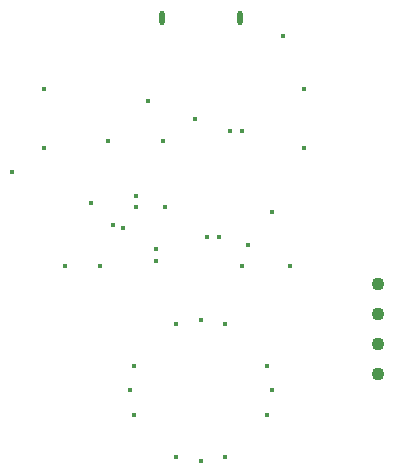
<source format=gbr>
%TF.GenerationSoftware,Altium Limited,Altium Designer,21.6.4 (81)*%
G04 Layer_Color=0*
%FSLAX45Y45*%
%MOMM*%
%TF.SameCoordinates,1F3DC5CE-A10F-41C4-B24A-259E2D936CC1*%
%TF.FilePolarity,Positive*%
%TF.FileFunction,Plated,1,2,PTH,Drill*%
%TF.Part,Single*%
G01*
G75*
%TA.AperFunction,ComponentDrill*%
%ADD73C,1.10000*%
%ADD74O,0.50000X1.20000*%
%TA.AperFunction,ViaDrill,NotFilled*%
%ADD75C,0.40000*%
D73*
X1500000Y-450000D02*
D03*
Y-704000D02*
D03*
Y-958000D02*
D03*
Y-196000D02*
D03*
D74*
X-330000Y2050000D02*
D03*
X330000D02*
D03*
D75*
X563816Y-894788D02*
D03*
X-205212Y-536184D02*
D03*
X205212Y-1663816D02*
D03*
X-563816Y-1305213D02*
D03*
Y-894788D02*
D03*
X-205212Y-1663816D02*
D03*
X205212Y-536184D02*
D03*
X563816Y-1305212D02*
D03*
X0Y-1700000D02*
D03*
X600000Y-1100000D02*
D03*
X-600000Y-1100000D02*
D03*
X0Y-500000D02*
D03*
X600000Y410001D02*
D03*
X-302500Y450000D02*
D03*
X-317500Y1010000D02*
D03*
X-1325000Y1450000D02*
D03*
X-782500Y1010000D02*
D03*
X-447500Y1350000D02*
D03*
X-47500Y1200000D02*
D03*
X875000Y1450000D02*
D03*
Y950000D02*
D03*
X760000Y-50000D02*
D03*
X-1325000Y950000D02*
D03*
X-1600000Y750000D02*
D03*
X-925000Y485000D02*
D03*
X-850000Y-50000D02*
D03*
X-1150000D02*
D03*
X350000Y1100000D02*
D03*
X250000D02*
D03*
X400000Y131800D02*
D03*
X-375000Y0D02*
D03*
Y100000D02*
D03*
X-742305Y300742D02*
D03*
X-658894Y272045D02*
D03*
X350000Y-50000D02*
D03*
X-550000Y450000D02*
D03*
Y545000D02*
D03*
X700000Y1900000D02*
D03*
X152260Y201221D02*
D03*
X52260D02*
D03*
%TF.MD5,8b7adad7fc2b3159ea2713d5a9a4d776*%
M02*

</source>
